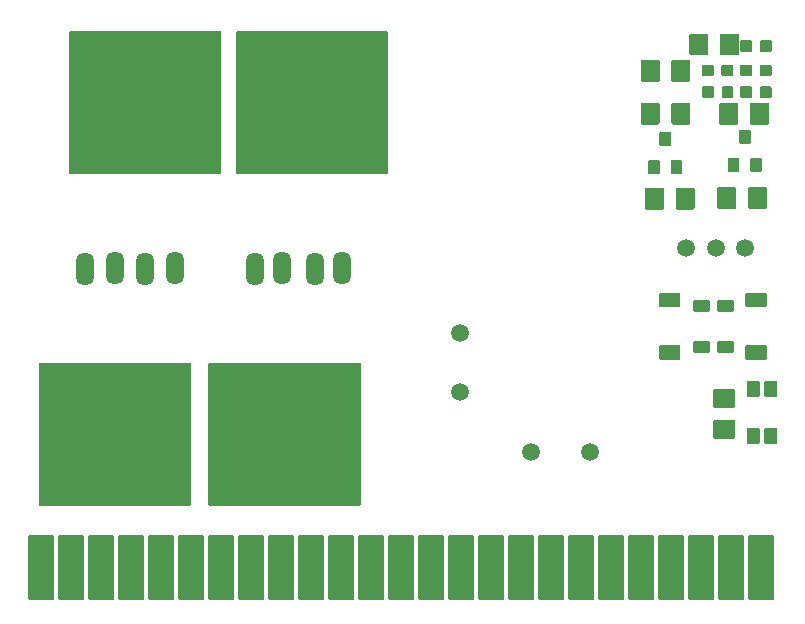
<source format=gbr>
%TF.GenerationSoftware,KiCad,Pcbnew,(5.1.10)-1*%
%TF.CreationDate,2022-07-06T08:21:06+09:00*%
%TF.ProjectId,DriveUnit_B-series(ver1.0),44726976-6555-46e6-9974-5f422d736572,rev?*%
%TF.SameCoordinates,Original*%
%TF.FileFunction,Soldermask,Top*%
%TF.FilePolarity,Negative*%
%FSLAX46Y46*%
G04 Gerber Fmt 4.6, Leading zero omitted, Abs format (unit mm)*
G04 Created by KiCad (PCBNEW (5.1.10)-1) date 2022-07-06 08:21:06*
%MOMM*%
%LPD*%
G01*
G04 APERTURE LIST*
%ADD10C,1.511200*%
%ADD11O,1.511200X2.819200*%
G04 APERTURE END LIST*
D10*
%TO.C,C11*%
X164460000Y-116350000D03*
X159460000Y-116350000D03*
%TD*%
%TO.C,C10*%
X153511218Y-111284261D03*
X153511218Y-106284261D03*
%TD*%
%TO.C,3813-HA1*%
G36*
G01*
X120379500Y-92757201D02*
X120379500Y-80819199D01*
G75*
G02*
X120481099Y-80717600I101599J0D01*
G01*
X133181101Y-80717600D01*
G75*
G02*
X133282700Y-80819199I0J-101599D01*
G01*
X133282700Y-92757201D01*
G75*
G02*
X133181101Y-92858800I-101599J0D01*
G01*
X120481099Y-92858800D01*
G75*
G02*
X120379500Y-92757201I0J101599D01*
G01*
G37*
D11*
X129371100Y-100783600D03*
X124291100Y-100783600D03*
%TD*%
%TO.C,3813-HB1*%
G36*
G01*
X134499500Y-92757201D02*
X134499500Y-80819199D01*
G75*
G02*
X134601099Y-80717600I101599J0D01*
G01*
X147301101Y-80717600D01*
G75*
G02*
X147402700Y-80819199I0J-101599D01*
G01*
X147402700Y-92757201D01*
G75*
G02*
X147301101Y-92858800I-101599J0D01*
G01*
X134601099Y-92858800D01*
G75*
G02*
X134499500Y-92757201I0J101599D01*
G01*
G37*
X143491100Y-100783600D03*
X138411100Y-100783600D03*
%TD*%
%TO.C,3813-LA1*%
G36*
G01*
X130702700Y-108889999D02*
X130702700Y-120828001D01*
G75*
G02*
X130601101Y-120929600I-101599J0D01*
G01*
X117901099Y-120929600D01*
G75*
G02*
X117799500Y-120828001I0J101599D01*
G01*
X117799500Y-108889999D01*
G75*
G02*
X117901099Y-108788400I101599J0D01*
G01*
X130601101Y-108788400D01*
G75*
G02*
X130702700Y-108889999I0J-101599D01*
G01*
G37*
X121711100Y-100863600D03*
X126791100Y-100863600D03*
%TD*%
%TO.C,3813-LB1*%
G36*
G01*
X145092700Y-108889999D02*
X145092700Y-120828001D01*
G75*
G02*
X144991101Y-120929600I-101599J0D01*
G01*
X132291099Y-120929600D01*
G75*
G02*
X132189500Y-120828001I0J101599D01*
G01*
X132189500Y-108889999D01*
G75*
G02*
X132291099Y-108788400I101599J0D01*
G01*
X144991101Y-108788400D01*
G75*
G02*
X145092700Y-108889999I0J-101599D01*
G01*
G37*
X136101100Y-100863600D03*
X141181100Y-100863600D03*
%TD*%
%TO.C,TR1*%
G36*
G01*
X177991100Y-90265200D02*
X177191100Y-90265200D01*
G75*
G02*
X177089500Y-90163600I0J101600D01*
G01*
X177089500Y-89163600D01*
G75*
G02*
X177191100Y-89062000I101600J0D01*
G01*
X177991100Y-89062000D01*
G75*
G02*
X178092700Y-89163600I0J-101600D01*
G01*
X178092700Y-90163600D01*
G75*
G02*
X177991100Y-90265200I-101600J0D01*
G01*
G37*
G36*
G01*
X177041100Y-92665200D02*
X176241100Y-92665200D01*
G75*
G02*
X176139500Y-92563600I0J101600D01*
G01*
X176139500Y-91563600D01*
G75*
G02*
X176241100Y-91462000I101600J0D01*
G01*
X177041100Y-91462000D01*
G75*
G02*
X177142700Y-91563600I0J-101600D01*
G01*
X177142700Y-92563600D01*
G75*
G02*
X177041100Y-92665200I-101600J0D01*
G01*
G37*
G36*
G01*
X178941100Y-92665200D02*
X178141100Y-92665200D01*
G75*
G02*
X178039500Y-92563600I0J101600D01*
G01*
X178039500Y-91563600D01*
G75*
G02*
X178141100Y-91462000I101600J0D01*
G01*
X178941100Y-91462000D01*
G75*
G02*
X179042700Y-91563600I0J-101600D01*
G01*
X179042700Y-92563600D01*
G75*
G02*
X178941100Y-92665200I-101600J0D01*
G01*
G37*
%TD*%
%TO.C,TR2*%
G36*
G01*
X171261100Y-90455200D02*
X170461100Y-90455200D01*
G75*
G02*
X170359500Y-90353600I0J101600D01*
G01*
X170359500Y-89353600D01*
G75*
G02*
X170461100Y-89252000I101600J0D01*
G01*
X171261100Y-89252000D01*
G75*
G02*
X171362700Y-89353600I0J-101600D01*
G01*
X171362700Y-90353600D01*
G75*
G02*
X171261100Y-90455200I-101600J0D01*
G01*
G37*
G36*
G01*
X170311100Y-92855200D02*
X169511100Y-92855200D01*
G75*
G02*
X169409500Y-92753600I0J101600D01*
G01*
X169409500Y-91753600D01*
G75*
G02*
X169511100Y-91652000I101600J0D01*
G01*
X170311100Y-91652000D01*
G75*
G02*
X170412700Y-91753600I0J-101600D01*
G01*
X170412700Y-92753600D01*
G75*
G02*
X170311100Y-92855200I-101600J0D01*
G01*
G37*
G36*
G01*
X172211100Y-92855200D02*
X171411100Y-92855200D01*
G75*
G02*
X171309500Y-92753600I0J101600D01*
G01*
X171309500Y-91753600D01*
G75*
G02*
X171411100Y-91652000I101600J0D01*
G01*
X172211100Y-91652000D01*
G75*
G02*
X172312700Y-91753600I0J-101600D01*
G01*
X172312700Y-92753600D01*
G75*
G02*
X172211100Y-92855200I-101600J0D01*
G01*
G37*
%TD*%
%TO.C,SW1*%
G36*
G01*
X170451100Y-107317000D02*
X172051100Y-107317000D01*
G75*
G02*
X172152700Y-107418600I0J-101600D01*
G01*
X172152700Y-108468600D01*
G75*
G02*
X172051100Y-108570200I-101600J0D01*
G01*
X170451100Y-108570200D01*
G75*
G02*
X170349500Y-108468600I0J101600D01*
G01*
X170349500Y-107418600D01*
G75*
G02*
X170451100Y-107317000I101600J0D01*
G01*
G37*
G36*
G01*
X170451100Y-102867000D02*
X172051100Y-102867000D01*
G75*
G02*
X172152700Y-102968600I0J-101600D01*
G01*
X172152700Y-104018600D01*
G75*
G02*
X172051100Y-104120200I-101600J0D01*
G01*
X170451100Y-104120200D01*
G75*
G02*
X170349500Y-104018600I0J101600D01*
G01*
X170349500Y-102968600D01*
G75*
G02*
X170451100Y-102867000I101600J0D01*
G01*
G37*
%TD*%
%TO.C,SW2*%
G36*
G01*
X177741100Y-107317000D02*
X179341100Y-107317000D01*
G75*
G02*
X179442700Y-107418600I0J-101600D01*
G01*
X179442700Y-108468600D01*
G75*
G02*
X179341100Y-108570200I-101600J0D01*
G01*
X177741100Y-108570200D01*
G75*
G02*
X177639500Y-108468600I0J101600D01*
G01*
X177639500Y-107418600D01*
G75*
G02*
X177741100Y-107317000I101600J0D01*
G01*
G37*
G36*
G01*
X177741100Y-102867000D02*
X179341100Y-102867000D01*
G75*
G02*
X179442700Y-102968600I0J-101600D01*
G01*
X179442700Y-104018600D01*
G75*
G02*
X179341100Y-104120200I-101600J0D01*
G01*
X177741100Y-104120200D01*
G75*
G02*
X177639500Y-104018600I0J101600D01*
G01*
X177639500Y-102968600D01*
G75*
G02*
X177741100Y-102867000I101600J0D01*
G01*
G37*
%TD*%
%TO.C,R11*%
G36*
G01*
X176676101Y-112625200D02*
X175026099Y-112625200D01*
G75*
G02*
X174924500Y-112523601I0J101599D01*
G01*
X174924500Y-111123599D01*
G75*
G02*
X175026099Y-111022000I101599J0D01*
G01*
X176676101Y-111022000D01*
G75*
G02*
X176777700Y-111123599I0J-101599D01*
G01*
X176777700Y-112523601D01*
G75*
G02*
X176676101Y-112625200I-101599J0D01*
G01*
G37*
G36*
G01*
X176676101Y-115225200D02*
X175026099Y-115225200D01*
G75*
G02*
X174924500Y-115123601I0J101599D01*
G01*
X174924500Y-113723599D01*
G75*
G02*
X175026099Y-113622000I101599J0D01*
G01*
X176676101Y-113622000D01*
G75*
G02*
X176777700Y-113723599I0J-101599D01*
G01*
X176777700Y-115123601D01*
G75*
G02*
X176676101Y-115225200I-101599J0D01*
G01*
G37*
%TD*%
%TO.C,R3*%
G36*
G01*
X171389500Y-84908601D02*
X171389500Y-83258599D01*
G75*
G02*
X171491099Y-83157000I101599J0D01*
G01*
X172891101Y-83157000D01*
G75*
G02*
X172992700Y-83258599I0J-101599D01*
G01*
X172992700Y-84908601D01*
G75*
G02*
X172891101Y-85010200I-101599J0D01*
G01*
X171491099Y-85010200D01*
G75*
G02*
X171389500Y-84908601I0J101599D01*
G01*
G37*
G36*
G01*
X168789500Y-84908601D02*
X168789500Y-83258599D01*
G75*
G02*
X168891099Y-83157000I101599J0D01*
G01*
X170291101Y-83157000D01*
G75*
G02*
X170392700Y-83258599I0J-101599D01*
G01*
X170392700Y-84908601D01*
G75*
G02*
X170291101Y-85010200I-101599J0D01*
G01*
X168891099Y-85010200D01*
G75*
G02*
X168789500Y-84908601I0J101599D01*
G01*
G37*
%TD*%
%TO.C,R22*%
G36*
G01*
X175504500Y-82678601D02*
X175504500Y-81028599D01*
G75*
G02*
X175606099Y-80927000I101599J0D01*
G01*
X177006101Y-80927000D01*
G75*
G02*
X177107700Y-81028599I0J-101599D01*
G01*
X177107700Y-82678601D01*
G75*
G02*
X177006101Y-82780200I-101599J0D01*
G01*
X175606099Y-82780200D01*
G75*
G02*
X175504500Y-82678601I0J101599D01*
G01*
G37*
G36*
G01*
X172904500Y-82678601D02*
X172904500Y-81028599D01*
G75*
G02*
X173006099Y-80927000I101599J0D01*
G01*
X174406101Y-80927000D01*
G75*
G02*
X174507700Y-81028599I0J-101599D01*
G01*
X174507700Y-82678601D01*
G75*
G02*
X174406101Y-82780200I-101599J0D01*
G01*
X173006099Y-82780200D01*
G75*
G02*
X172904500Y-82678601I0J101599D01*
G01*
G37*
%TD*%
%TO.C,R5*%
G36*
G01*
X177869500Y-95688601D02*
X177869500Y-94038599D01*
G75*
G02*
X177971099Y-93937000I101599J0D01*
G01*
X179371101Y-93937000D01*
G75*
G02*
X179472700Y-94038599I0J-101599D01*
G01*
X179472700Y-95688601D01*
G75*
G02*
X179371101Y-95790200I-101599J0D01*
G01*
X177971099Y-95790200D01*
G75*
G02*
X177869500Y-95688601I0J101599D01*
G01*
G37*
G36*
G01*
X175269500Y-95688601D02*
X175269500Y-94038599D01*
G75*
G02*
X175371099Y-93937000I101599J0D01*
G01*
X176771101Y-93937000D01*
G75*
G02*
X176872700Y-94038599I0J-101599D01*
G01*
X176872700Y-95688601D01*
G75*
G02*
X176771101Y-95790200I-101599J0D01*
G01*
X175371099Y-95790200D01*
G75*
G02*
X175269500Y-95688601I0J101599D01*
G01*
G37*
%TD*%
%TO.C,R6*%
G36*
G01*
X170752700Y-94078599D02*
X170752700Y-95728601D01*
G75*
G02*
X170651101Y-95830200I-101599J0D01*
G01*
X169251099Y-95830200D01*
G75*
G02*
X169149500Y-95728601I0J101599D01*
G01*
X169149500Y-94078599D01*
G75*
G02*
X169251099Y-93977000I101599J0D01*
G01*
X170651101Y-93977000D01*
G75*
G02*
X170752700Y-94078599I0J-101599D01*
G01*
G37*
G36*
G01*
X173352700Y-94078599D02*
X173352700Y-95728601D01*
G75*
G02*
X173251101Y-95830200I-101599J0D01*
G01*
X171851099Y-95830200D01*
G75*
G02*
X171749500Y-95728601I0J101599D01*
G01*
X171749500Y-94078599D01*
G75*
G02*
X171851099Y-93977000I101599J0D01*
G01*
X173251101Y-93977000D01*
G75*
G02*
X173352700Y-94078599I0J-101599D01*
G01*
G37*
%TD*%
%TO.C,R7*%
G36*
G01*
X178039500Y-88528601D02*
X178039500Y-86878599D01*
G75*
G02*
X178141099Y-86777000I101599J0D01*
G01*
X179541101Y-86777000D01*
G75*
G02*
X179642700Y-86878599I0J-101599D01*
G01*
X179642700Y-88528601D01*
G75*
G02*
X179541101Y-88630200I-101599J0D01*
G01*
X178141099Y-88630200D01*
G75*
G02*
X178039500Y-88528601I0J101599D01*
G01*
G37*
G36*
G01*
X175439500Y-88528601D02*
X175439500Y-86878599D01*
G75*
G02*
X175541099Y-86777000I101599J0D01*
G01*
X176941101Y-86777000D01*
G75*
G02*
X177042700Y-86878599I0J-101599D01*
G01*
X177042700Y-88528601D01*
G75*
G02*
X176941101Y-88630200I-101599J0D01*
G01*
X175541099Y-88630200D01*
G75*
G02*
X175439500Y-88528601I0J101599D01*
G01*
G37*
%TD*%
%TO.C,R8*%
G36*
G01*
X170382700Y-86878599D02*
X170382700Y-88528601D01*
G75*
G02*
X170281101Y-88630200I-101599J0D01*
G01*
X168881099Y-88630200D01*
G75*
G02*
X168779500Y-88528601I0J101599D01*
G01*
X168779500Y-86878599D01*
G75*
G02*
X168881099Y-86777000I101599J0D01*
G01*
X170281101Y-86777000D01*
G75*
G02*
X170382700Y-86878599I0J-101599D01*
G01*
G37*
G36*
G01*
X172982700Y-86878599D02*
X172982700Y-88528601D01*
G75*
G02*
X172881101Y-88630200I-101599J0D01*
G01*
X171481099Y-88630200D01*
G75*
G02*
X171379500Y-88528601I0J101599D01*
G01*
X171379500Y-86878599D01*
G75*
G02*
X171481099Y-86777000I101599J0D01*
G01*
X172881101Y-86777000D01*
G75*
G02*
X172982700Y-86878599I0J-101599D01*
G01*
G37*
%TD*%
%TO.C,LED4*%
G36*
G01*
X178961100Y-85402000D02*
X179761100Y-85402000D01*
G75*
G02*
X179862700Y-85503600I0J-101600D01*
G01*
X179862700Y-86303600D01*
G75*
G02*
X179761100Y-86405200I-101600J0D01*
G01*
X178961100Y-86405200D01*
G75*
G02*
X178859500Y-86303600I0J101600D01*
G01*
X178859500Y-85503600D01*
G75*
G02*
X178961100Y-85402000I101600J0D01*
G01*
G37*
G36*
G01*
X177311100Y-85402000D02*
X178111100Y-85402000D01*
G75*
G02*
X178212700Y-85503600I0J-101600D01*
G01*
X178212700Y-86303600D01*
G75*
G02*
X178111100Y-86405200I-101600J0D01*
G01*
X177311100Y-86405200D01*
G75*
G02*
X177209500Y-86303600I0J101600D01*
G01*
X177209500Y-85503600D01*
G75*
G02*
X177311100Y-85402000I101600J0D01*
G01*
G37*
%TD*%
%TO.C,LED5*%
G36*
G01*
X175731100Y-85402000D02*
X176531100Y-85402000D01*
G75*
G02*
X176632700Y-85503600I0J-101600D01*
G01*
X176632700Y-86303600D01*
G75*
G02*
X176531100Y-86405200I-101600J0D01*
G01*
X175731100Y-86405200D01*
G75*
G02*
X175629500Y-86303600I0J101600D01*
G01*
X175629500Y-85503600D01*
G75*
G02*
X175731100Y-85402000I101600J0D01*
G01*
G37*
G36*
G01*
X174081100Y-85402000D02*
X174881100Y-85402000D01*
G75*
G02*
X174982700Y-85503600I0J-101600D01*
G01*
X174982700Y-86303600D01*
G75*
G02*
X174881100Y-86405200I-101600J0D01*
G01*
X174081100Y-86405200D01*
G75*
G02*
X173979500Y-86303600I0J101600D01*
G01*
X173979500Y-85503600D01*
G75*
G02*
X174081100Y-85402000I101600J0D01*
G01*
G37*
%TD*%
%TO.C,D8*%
G36*
G01*
X173321100Y-106982000D02*
X174541100Y-106982000D01*
G75*
G02*
X174642700Y-107083600I0J-101600D01*
G01*
X174642700Y-107863600D01*
G75*
G02*
X174541100Y-107965200I-101600J0D01*
G01*
X173321100Y-107965200D01*
G75*
G02*
X173219500Y-107863600I0J101600D01*
G01*
X173219500Y-107083600D01*
G75*
G02*
X173321100Y-106982000I101600J0D01*
G01*
G37*
G36*
G01*
X173321100Y-103502000D02*
X174541100Y-103502000D01*
G75*
G02*
X174642700Y-103603600I0J-101600D01*
G01*
X174642700Y-104383600D01*
G75*
G02*
X174541100Y-104485200I-101600J0D01*
G01*
X173321100Y-104485200D01*
G75*
G02*
X173219500Y-104383600I0J101600D01*
G01*
X173219500Y-103603600D01*
G75*
G02*
X173321100Y-103502000I101600J0D01*
G01*
G37*
%TD*%
%TO.C,D9*%
G36*
G01*
X175361100Y-106982000D02*
X176581100Y-106982000D01*
G75*
G02*
X176682700Y-107083600I0J-101600D01*
G01*
X176682700Y-107863600D01*
G75*
G02*
X176581100Y-107965200I-101600J0D01*
G01*
X175361100Y-107965200D01*
G75*
G02*
X175259500Y-107863600I0J101600D01*
G01*
X175259500Y-107083600D01*
G75*
G02*
X175361100Y-106982000I101600J0D01*
G01*
G37*
G36*
G01*
X175361100Y-103502000D02*
X176581100Y-103502000D01*
G75*
G02*
X176682700Y-103603600I0J-101600D01*
G01*
X176682700Y-104383600D01*
G75*
G02*
X176581100Y-104485200I-101600J0D01*
G01*
X175361100Y-104485200D01*
G75*
G02*
X175259500Y-104383600I0J101600D01*
G01*
X175259500Y-103603600D01*
G75*
G02*
X175361100Y-103502000I101600J0D01*
G01*
G37*
%TD*%
%TO.C,SW3*%
G36*
G01*
X178761100Y-115715200D02*
X177861100Y-115715200D01*
G75*
G02*
X177759500Y-115613600I0J101600D01*
G01*
X177759500Y-114413600D01*
G75*
G02*
X177861100Y-114312000I101600J0D01*
G01*
X178761100Y-114312000D01*
G75*
G02*
X178862700Y-114413600I0J-101600D01*
G01*
X178862700Y-115613600D01*
G75*
G02*
X178761100Y-115715200I-101600J0D01*
G01*
G37*
G36*
G01*
X178761100Y-111715200D02*
X177861100Y-111715200D01*
G75*
G02*
X177759500Y-111613600I0J101600D01*
G01*
X177759500Y-110413600D01*
G75*
G02*
X177861100Y-110312000I101600J0D01*
G01*
X178761100Y-110312000D01*
G75*
G02*
X178862700Y-110413600I0J-101600D01*
G01*
X178862700Y-111613600D01*
G75*
G02*
X178761100Y-111715200I-101600J0D01*
G01*
G37*
G36*
G01*
X180261100Y-111715200D02*
X179361100Y-111715200D01*
G75*
G02*
X179259500Y-111613600I0J101600D01*
G01*
X179259500Y-110413600D01*
G75*
G02*
X179361100Y-110312000I101600J0D01*
G01*
X180261100Y-110312000D01*
G75*
G02*
X180362700Y-110413600I0J-101600D01*
G01*
X180362700Y-111613600D01*
G75*
G02*
X180261100Y-111715200I-101600J0D01*
G01*
G37*
G36*
G01*
X180261100Y-115715200D02*
X179361100Y-115715200D01*
G75*
G02*
X179259500Y-115613600I0J101600D01*
G01*
X179259500Y-114413600D01*
G75*
G02*
X179361100Y-114312000I101600J0D01*
G01*
X180261100Y-114312000D01*
G75*
G02*
X180362700Y-114413600I0J-101600D01*
G01*
X180362700Y-115613600D01*
G75*
G02*
X180261100Y-115715200I-101600J0D01*
G01*
G37*
%TD*%
D10*
%TO.C,SW4*%
X177641100Y-99073600D03*
X172641100Y-99073600D03*
X175141100Y-99073600D03*
%TD*%
%TO.C,EDGE1*%
G36*
G01*
X177879500Y-128803600D02*
X177879500Y-123503600D01*
G75*
G02*
X177981100Y-123402000I101600J0D01*
G01*
X179981100Y-123402000D01*
G75*
G02*
X180082700Y-123503600I0J-101600D01*
G01*
X180082700Y-128803600D01*
G75*
G02*
X179981100Y-128905200I-101600J0D01*
G01*
X177981100Y-128905200D01*
G75*
G02*
X177879500Y-128803600I0J101600D01*
G01*
G37*
G36*
G01*
X175339500Y-128803600D02*
X175339500Y-123503600D01*
G75*
G02*
X175441100Y-123402000I101600J0D01*
G01*
X177441100Y-123402000D01*
G75*
G02*
X177542700Y-123503600I0J-101600D01*
G01*
X177542700Y-128803600D01*
G75*
G02*
X177441100Y-128905200I-101600J0D01*
G01*
X175441100Y-128905200D01*
G75*
G02*
X175339500Y-128803600I0J101600D01*
G01*
G37*
G36*
G01*
X172799500Y-128803600D02*
X172799500Y-123503600D01*
G75*
G02*
X172901100Y-123402000I101600J0D01*
G01*
X174901100Y-123402000D01*
G75*
G02*
X175002700Y-123503600I0J-101600D01*
G01*
X175002700Y-128803600D01*
G75*
G02*
X174901100Y-128905200I-101600J0D01*
G01*
X172901100Y-128905200D01*
G75*
G02*
X172799500Y-128803600I0J101600D01*
G01*
G37*
G36*
G01*
X170259500Y-128803600D02*
X170259500Y-123503600D01*
G75*
G02*
X170361100Y-123402000I101600J0D01*
G01*
X172361100Y-123402000D01*
G75*
G02*
X172462700Y-123503600I0J-101600D01*
G01*
X172462700Y-128803600D01*
G75*
G02*
X172361100Y-128905200I-101600J0D01*
G01*
X170361100Y-128905200D01*
G75*
G02*
X170259500Y-128803600I0J101600D01*
G01*
G37*
G36*
G01*
X167719500Y-128803600D02*
X167719500Y-123503600D01*
G75*
G02*
X167821100Y-123402000I101600J0D01*
G01*
X169821100Y-123402000D01*
G75*
G02*
X169922700Y-123503600I0J-101600D01*
G01*
X169922700Y-128803600D01*
G75*
G02*
X169821100Y-128905200I-101600J0D01*
G01*
X167821100Y-128905200D01*
G75*
G02*
X167719500Y-128803600I0J101600D01*
G01*
G37*
G36*
G01*
X165179500Y-128803600D02*
X165179500Y-123503600D01*
G75*
G02*
X165281100Y-123402000I101600J0D01*
G01*
X167281100Y-123402000D01*
G75*
G02*
X167382700Y-123503600I0J-101600D01*
G01*
X167382700Y-128803600D01*
G75*
G02*
X167281100Y-128905200I-101600J0D01*
G01*
X165281100Y-128905200D01*
G75*
G02*
X165179500Y-128803600I0J101600D01*
G01*
G37*
G36*
G01*
X162639500Y-128803600D02*
X162639500Y-123503600D01*
G75*
G02*
X162741100Y-123402000I101600J0D01*
G01*
X164741100Y-123402000D01*
G75*
G02*
X164842700Y-123503600I0J-101600D01*
G01*
X164842700Y-128803600D01*
G75*
G02*
X164741100Y-128905200I-101600J0D01*
G01*
X162741100Y-128905200D01*
G75*
G02*
X162639500Y-128803600I0J101600D01*
G01*
G37*
G36*
G01*
X160099500Y-128803600D02*
X160099500Y-123503600D01*
G75*
G02*
X160201100Y-123402000I101600J0D01*
G01*
X162201100Y-123402000D01*
G75*
G02*
X162302700Y-123503600I0J-101600D01*
G01*
X162302700Y-128803600D01*
G75*
G02*
X162201100Y-128905200I-101600J0D01*
G01*
X160201100Y-128905200D01*
G75*
G02*
X160099500Y-128803600I0J101600D01*
G01*
G37*
G36*
G01*
X157559500Y-128803600D02*
X157559500Y-123503600D01*
G75*
G02*
X157661100Y-123402000I101600J0D01*
G01*
X159661100Y-123402000D01*
G75*
G02*
X159762700Y-123503600I0J-101600D01*
G01*
X159762700Y-128803600D01*
G75*
G02*
X159661100Y-128905200I-101600J0D01*
G01*
X157661100Y-128905200D01*
G75*
G02*
X157559500Y-128803600I0J101600D01*
G01*
G37*
G36*
G01*
X155019500Y-128803600D02*
X155019500Y-123503600D01*
G75*
G02*
X155121100Y-123402000I101600J0D01*
G01*
X157121100Y-123402000D01*
G75*
G02*
X157222700Y-123503600I0J-101600D01*
G01*
X157222700Y-128803600D01*
G75*
G02*
X157121100Y-128905200I-101600J0D01*
G01*
X155121100Y-128905200D01*
G75*
G02*
X155019500Y-128803600I0J101600D01*
G01*
G37*
G36*
G01*
X152479500Y-128803600D02*
X152479500Y-123503600D01*
G75*
G02*
X152581100Y-123402000I101600J0D01*
G01*
X154581100Y-123402000D01*
G75*
G02*
X154682700Y-123503600I0J-101600D01*
G01*
X154682700Y-128803600D01*
G75*
G02*
X154581100Y-128905200I-101600J0D01*
G01*
X152581100Y-128905200D01*
G75*
G02*
X152479500Y-128803600I0J101600D01*
G01*
G37*
G36*
G01*
X149939500Y-128803600D02*
X149939500Y-123503600D01*
G75*
G02*
X150041100Y-123402000I101600J0D01*
G01*
X152041100Y-123402000D01*
G75*
G02*
X152142700Y-123503600I0J-101600D01*
G01*
X152142700Y-128803600D01*
G75*
G02*
X152041100Y-128905200I-101600J0D01*
G01*
X150041100Y-128905200D01*
G75*
G02*
X149939500Y-128803600I0J101600D01*
G01*
G37*
G36*
G01*
X147399500Y-128803600D02*
X147399500Y-123503600D01*
G75*
G02*
X147501100Y-123402000I101600J0D01*
G01*
X149501100Y-123402000D01*
G75*
G02*
X149602700Y-123503600I0J-101600D01*
G01*
X149602700Y-128803600D01*
G75*
G02*
X149501100Y-128905200I-101600J0D01*
G01*
X147501100Y-128905200D01*
G75*
G02*
X147399500Y-128803600I0J101600D01*
G01*
G37*
G36*
G01*
X144859500Y-128803600D02*
X144859500Y-123503600D01*
G75*
G02*
X144961100Y-123402000I101600J0D01*
G01*
X146961100Y-123402000D01*
G75*
G02*
X147062700Y-123503600I0J-101600D01*
G01*
X147062700Y-128803600D01*
G75*
G02*
X146961100Y-128905200I-101600J0D01*
G01*
X144961100Y-128905200D01*
G75*
G02*
X144859500Y-128803600I0J101600D01*
G01*
G37*
G36*
G01*
X142319500Y-128803600D02*
X142319500Y-123503600D01*
G75*
G02*
X142421100Y-123402000I101600J0D01*
G01*
X144421100Y-123402000D01*
G75*
G02*
X144522700Y-123503600I0J-101600D01*
G01*
X144522700Y-128803600D01*
G75*
G02*
X144421100Y-128905200I-101600J0D01*
G01*
X142421100Y-128905200D01*
G75*
G02*
X142319500Y-128803600I0J101600D01*
G01*
G37*
G36*
G01*
X139779500Y-128803600D02*
X139779500Y-123503600D01*
G75*
G02*
X139881100Y-123402000I101600J0D01*
G01*
X141881100Y-123402000D01*
G75*
G02*
X141982700Y-123503600I0J-101600D01*
G01*
X141982700Y-128803600D01*
G75*
G02*
X141881100Y-128905200I-101600J0D01*
G01*
X139881100Y-128905200D01*
G75*
G02*
X139779500Y-128803600I0J101600D01*
G01*
G37*
G36*
G01*
X137239500Y-128803600D02*
X137239500Y-123503600D01*
G75*
G02*
X137341100Y-123402000I101600J0D01*
G01*
X139341100Y-123402000D01*
G75*
G02*
X139442700Y-123503600I0J-101600D01*
G01*
X139442700Y-128803600D01*
G75*
G02*
X139341100Y-128905200I-101600J0D01*
G01*
X137341100Y-128905200D01*
G75*
G02*
X137239500Y-128803600I0J101600D01*
G01*
G37*
G36*
G01*
X134699500Y-128803600D02*
X134699500Y-123503600D01*
G75*
G02*
X134801100Y-123402000I101600J0D01*
G01*
X136801100Y-123402000D01*
G75*
G02*
X136902700Y-123503600I0J-101600D01*
G01*
X136902700Y-128803600D01*
G75*
G02*
X136801100Y-128905200I-101600J0D01*
G01*
X134801100Y-128905200D01*
G75*
G02*
X134699500Y-128803600I0J101600D01*
G01*
G37*
G36*
G01*
X132159500Y-128803600D02*
X132159500Y-123503600D01*
G75*
G02*
X132261100Y-123402000I101600J0D01*
G01*
X134261100Y-123402000D01*
G75*
G02*
X134362700Y-123503600I0J-101600D01*
G01*
X134362700Y-128803600D01*
G75*
G02*
X134261100Y-128905200I-101600J0D01*
G01*
X132261100Y-128905200D01*
G75*
G02*
X132159500Y-128803600I0J101600D01*
G01*
G37*
G36*
G01*
X129619500Y-128803600D02*
X129619500Y-123503600D01*
G75*
G02*
X129721100Y-123402000I101600J0D01*
G01*
X131721100Y-123402000D01*
G75*
G02*
X131822700Y-123503600I0J-101600D01*
G01*
X131822700Y-128803600D01*
G75*
G02*
X131721100Y-128905200I-101600J0D01*
G01*
X129721100Y-128905200D01*
G75*
G02*
X129619500Y-128803600I0J101600D01*
G01*
G37*
G36*
G01*
X127079500Y-128803600D02*
X127079500Y-123503600D01*
G75*
G02*
X127181100Y-123402000I101600J0D01*
G01*
X129181100Y-123402000D01*
G75*
G02*
X129282700Y-123503600I0J-101600D01*
G01*
X129282700Y-128803600D01*
G75*
G02*
X129181100Y-128905200I-101600J0D01*
G01*
X127181100Y-128905200D01*
G75*
G02*
X127079500Y-128803600I0J101600D01*
G01*
G37*
G36*
G01*
X124539500Y-128803600D02*
X124539500Y-123503600D01*
G75*
G02*
X124641100Y-123402000I101600J0D01*
G01*
X126641100Y-123402000D01*
G75*
G02*
X126742700Y-123503600I0J-101600D01*
G01*
X126742700Y-128803600D01*
G75*
G02*
X126641100Y-128905200I-101600J0D01*
G01*
X124641100Y-128905200D01*
G75*
G02*
X124539500Y-128803600I0J101600D01*
G01*
G37*
G36*
G01*
X121999500Y-128803600D02*
X121999500Y-123503600D01*
G75*
G02*
X122101100Y-123402000I101600J0D01*
G01*
X124101100Y-123402000D01*
G75*
G02*
X124202700Y-123503600I0J-101600D01*
G01*
X124202700Y-128803600D01*
G75*
G02*
X124101100Y-128905200I-101600J0D01*
G01*
X122101100Y-128905200D01*
G75*
G02*
X121999500Y-128803600I0J101600D01*
G01*
G37*
G36*
G01*
X119459500Y-128803600D02*
X119459500Y-123503600D01*
G75*
G02*
X119561100Y-123402000I101600J0D01*
G01*
X121561100Y-123402000D01*
G75*
G02*
X121662700Y-123503600I0J-101600D01*
G01*
X121662700Y-128803600D01*
G75*
G02*
X121561100Y-128905200I-101600J0D01*
G01*
X119561100Y-128905200D01*
G75*
G02*
X119459500Y-128803600I0J101600D01*
G01*
G37*
G36*
G01*
X116919500Y-128803600D02*
X116919500Y-123503600D01*
G75*
G02*
X117021100Y-123402000I101600J0D01*
G01*
X119021100Y-123402000D01*
G75*
G02*
X119122700Y-123503600I0J-101600D01*
G01*
X119122700Y-128803600D01*
G75*
G02*
X119021100Y-128905200I-101600J0D01*
G01*
X117021100Y-128905200D01*
G75*
G02*
X116919500Y-128803600I0J101600D01*
G01*
G37*
%TD*%
%TO.C,LED1*%
G36*
G01*
X178961100Y-83552000D02*
X179761100Y-83552000D01*
G75*
G02*
X179862700Y-83653600I0J-101600D01*
G01*
X179862700Y-84453600D01*
G75*
G02*
X179761100Y-84555200I-101600J0D01*
G01*
X178961100Y-84555200D01*
G75*
G02*
X178859500Y-84453600I0J101600D01*
G01*
X178859500Y-83653600D01*
G75*
G02*
X178961100Y-83552000I101600J0D01*
G01*
G37*
G36*
G01*
X177311100Y-83552000D02*
X178111100Y-83552000D01*
G75*
G02*
X178212700Y-83653600I0J-101600D01*
G01*
X178212700Y-84453600D01*
G75*
G02*
X178111100Y-84555200I-101600J0D01*
G01*
X177311100Y-84555200D01*
G75*
G02*
X177209500Y-84453600I0J101600D01*
G01*
X177209500Y-83653600D01*
G75*
G02*
X177311100Y-83552000I101600J0D01*
G01*
G37*
%TD*%
%TO.C,LED2*%
G36*
G01*
X175711100Y-83552000D02*
X176511100Y-83552000D01*
G75*
G02*
X176612700Y-83653600I0J-101600D01*
G01*
X176612700Y-84453600D01*
G75*
G02*
X176511100Y-84555200I-101600J0D01*
G01*
X175711100Y-84555200D01*
G75*
G02*
X175609500Y-84453600I0J101600D01*
G01*
X175609500Y-83653600D01*
G75*
G02*
X175711100Y-83552000I101600J0D01*
G01*
G37*
G36*
G01*
X174061100Y-83552000D02*
X174861100Y-83552000D01*
G75*
G02*
X174962700Y-83653600I0J-101600D01*
G01*
X174962700Y-84453600D01*
G75*
G02*
X174861100Y-84555200I-101600J0D01*
G01*
X174061100Y-84555200D01*
G75*
G02*
X173959500Y-84453600I0J101600D01*
G01*
X173959500Y-83653600D01*
G75*
G02*
X174061100Y-83552000I101600J0D01*
G01*
G37*
%TD*%
%TO.C,LED3*%
G36*
G01*
X178111100Y-82505200D02*
X177311100Y-82505200D01*
G75*
G02*
X177209500Y-82403600I0J101600D01*
G01*
X177209500Y-81603600D01*
G75*
G02*
X177311100Y-81502000I101600J0D01*
G01*
X178111100Y-81502000D01*
G75*
G02*
X178212700Y-81603600I0J-101600D01*
G01*
X178212700Y-82403600D01*
G75*
G02*
X178111100Y-82505200I-101600J0D01*
G01*
G37*
G36*
G01*
X179761100Y-82505200D02*
X178961100Y-82505200D01*
G75*
G02*
X178859500Y-82403600I0J101600D01*
G01*
X178859500Y-81603600D01*
G75*
G02*
X178961100Y-81502000I101600J0D01*
G01*
X179761100Y-81502000D01*
G75*
G02*
X179862700Y-81603600I0J-101600D01*
G01*
X179862700Y-82403600D01*
G75*
G02*
X179761100Y-82505200I-101600J0D01*
G01*
G37*
%TD*%
M02*

</source>
